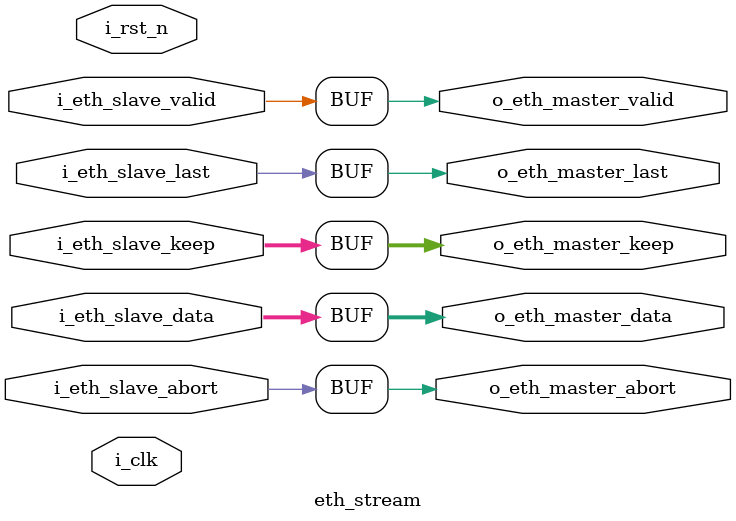
<source format=sv>
`default_nettype none
`timescale 1ns / 1ps

module eth_stream #(
        parameter int DATA_WIDTH = 32
    ) (
        input  wire i_clk,
        input  wire i_rst_n,

        input  wire [DATA_WIDTH-1:0]            i_eth_slave_data,
        input  wire [$clog2(DATA_WIDTH/8)-1:0]  i_eth_slave_keep,
        input  wire                             i_eth_slave_valid,
        input  wire                             i_eth_slave_abort,
        input  wire                             i_eth_slave_last,

        output wire [DATA_WIDTH-1:0]            o_eth_master_data,
        output wire [$clog2(DATA_WIDTH/8)-1:0]  o_eth_master_keep,
        output wire                             o_eth_master_valid,
        output wire                             o_eth_master_abort,
        output wire                             o_eth_master_last
    );

    assign o_eth_master_data = i_eth_slave_data;
    assign o_eth_master_keep = i_eth_slave_keep;
    assign o_eth_master_valid = i_eth_slave_valid;
    assign o_eth_master_abort = i_eth_slave_abort;
    assign o_eth_master_last  = i_eth_slave_last;

endmodule

</source>
